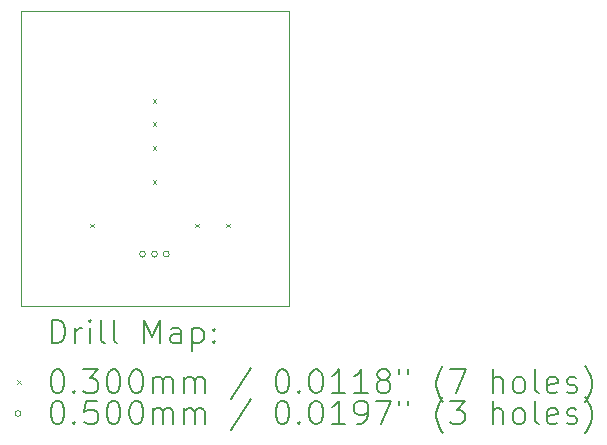
<source format=gbr>
%TF.GenerationSoftware,KiCad,Pcbnew,8.0.0*%
%TF.CreationDate,2024-11-14T09:50:41-06:00*%
%TF.ProjectId,Rain connectors,5261696e-2063-46f6-9e6e-6563746f7273,rev?*%
%TF.SameCoordinates,Original*%
%TF.FileFunction,Drillmap*%
%TF.FilePolarity,Positive*%
%FSLAX45Y45*%
G04 Gerber Fmt 4.5, Leading zero omitted, Abs format (unit mm)*
G04 Created by KiCad (PCBNEW 8.0.0) date 2024-11-14 09:50:41*
%MOMM*%
%LPD*%
G01*
G04 APERTURE LIST*
%ADD10C,0.050000*%
%ADD11C,0.200000*%
%ADD12C,0.100000*%
G04 APERTURE END LIST*
D10*
X12300000Y-7147500D02*
X14567500Y-7147500D01*
X14567500Y-9647500D01*
X12300000Y-9647500D01*
X12300000Y-7147500D01*
D11*
D12*
X12882500Y-8947500D02*
X12912500Y-8977500D01*
X12912500Y-8947500D02*
X12882500Y-8977500D01*
X13412500Y-7895000D02*
X13442500Y-7925000D01*
X13442500Y-7895000D02*
X13412500Y-7925000D01*
X13412500Y-8090000D02*
X13442500Y-8120000D01*
X13442500Y-8090000D02*
X13412500Y-8120000D01*
X13412500Y-8292500D02*
X13442500Y-8322500D01*
X13442500Y-8292500D02*
X13412500Y-8322500D01*
X13415000Y-8577500D02*
X13445000Y-8607500D01*
X13445000Y-8577500D02*
X13415000Y-8607500D01*
X13772500Y-8947500D02*
X13802500Y-8977500D01*
X13802500Y-8947500D02*
X13772500Y-8977500D01*
X14037500Y-8947500D02*
X14067500Y-8977500D01*
X14067500Y-8947500D02*
X14037500Y-8977500D01*
X13352500Y-9205000D02*
G75*
G02*
X13302500Y-9205000I-25000J0D01*
G01*
X13302500Y-9205000D02*
G75*
G02*
X13352500Y-9205000I25000J0D01*
G01*
X13452500Y-9205000D02*
G75*
G02*
X13402500Y-9205000I-25000J0D01*
G01*
X13402500Y-9205000D02*
G75*
G02*
X13452500Y-9205000I25000J0D01*
G01*
X13552500Y-9205000D02*
G75*
G02*
X13502500Y-9205000I-25000J0D01*
G01*
X13502500Y-9205000D02*
G75*
G02*
X13552500Y-9205000I25000J0D01*
G01*
D11*
X12558277Y-9961484D02*
X12558277Y-9761484D01*
X12558277Y-9761484D02*
X12605896Y-9761484D01*
X12605896Y-9761484D02*
X12634467Y-9771008D01*
X12634467Y-9771008D02*
X12653515Y-9790055D01*
X12653515Y-9790055D02*
X12663039Y-9809103D01*
X12663039Y-9809103D02*
X12672562Y-9847198D01*
X12672562Y-9847198D02*
X12672562Y-9875770D01*
X12672562Y-9875770D02*
X12663039Y-9913865D01*
X12663039Y-9913865D02*
X12653515Y-9932912D01*
X12653515Y-9932912D02*
X12634467Y-9951960D01*
X12634467Y-9951960D02*
X12605896Y-9961484D01*
X12605896Y-9961484D02*
X12558277Y-9961484D01*
X12758277Y-9961484D02*
X12758277Y-9828150D01*
X12758277Y-9866246D02*
X12767801Y-9847198D01*
X12767801Y-9847198D02*
X12777324Y-9837674D01*
X12777324Y-9837674D02*
X12796372Y-9828150D01*
X12796372Y-9828150D02*
X12815420Y-9828150D01*
X12882086Y-9961484D02*
X12882086Y-9828150D01*
X12882086Y-9761484D02*
X12872562Y-9771008D01*
X12872562Y-9771008D02*
X12882086Y-9780531D01*
X12882086Y-9780531D02*
X12891610Y-9771008D01*
X12891610Y-9771008D02*
X12882086Y-9761484D01*
X12882086Y-9761484D02*
X12882086Y-9780531D01*
X13005896Y-9961484D02*
X12986848Y-9951960D01*
X12986848Y-9951960D02*
X12977324Y-9932912D01*
X12977324Y-9932912D02*
X12977324Y-9761484D01*
X13110658Y-9961484D02*
X13091610Y-9951960D01*
X13091610Y-9951960D02*
X13082086Y-9932912D01*
X13082086Y-9932912D02*
X13082086Y-9761484D01*
X13339229Y-9961484D02*
X13339229Y-9761484D01*
X13339229Y-9761484D02*
X13405896Y-9904341D01*
X13405896Y-9904341D02*
X13472562Y-9761484D01*
X13472562Y-9761484D02*
X13472562Y-9961484D01*
X13653515Y-9961484D02*
X13653515Y-9856722D01*
X13653515Y-9856722D02*
X13643991Y-9837674D01*
X13643991Y-9837674D02*
X13624943Y-9828150D01*
X13624943Y-9828150D02*
X13586848Y-9828150D01*
X13586848Y-9828150D02*
X13567801Y-9837674D01*
X13653515Y-9951960D02*
X13634467Y-9961484D01*
X13634467Y-9961484D02*
X13586848Y-9961484D01*
X13586848Y-9961484D02*
X13567801Y-9951960D01*
X13567801Y-9951960D02*
X13558277Y-9932912D01*
X13558277Y-9932912D02*
X13558277Y-9913865D01*
X13558277Y-9913865D02*
X13567801Y-9894817D01*
X13567801Y-9894817D02*
X13586848Y-9885293D01*
X13586848Y-9885293D02*
X13634467Y-9885293D01*
X13634467Y-9885293D02*
X13653515Y-9875770D01*
X13748753Y-9828150D02*
X13748753Y-10028150D01*
X13748753Y-9837674D02*
X13767801Y-9828150D01*
X13767801Y-9828150D02*
X13805896Y-9828150D01*
X13805896Y-9828150D02*
X13824943Y-9837674D01*
X13824943Y-9837674D02*
X13834467Y-9847198D01*
X13834467Y-9847198D02*
X13843991Y-9866246D01*
X13843991Y-9866246D02*
X13843991Y-9923389D01*
X13843991Y-9923389D02*
X13834467Y-9942436D01*
X13834467Y-9942436D02*
X13824943Y-9951960D01*
X13824943Y-9951960D02*
X13805896Y-9961484D01*
X13805896Y-9961484D02*
X13767801Y-9961484D01*
X13767801Y-9961484D02*
X13748753Y-9951960D01*
X13929705Y-9942436D02*
X13939229Y-9951960D01*
X13939229Y-9951960D02*
X13929705Y-9961484D01*
X13929705Y-9961484D02*
X13920182Y-9951960D01*
X13920182Y-9951960D02*
X13929705Y-9942436D01*
X13929705Y-9942436D02*
X13929705Y-9961484D01*
X13929705Y-9837674D02*
X13939229Y-9847198D01*
X13939229Y-9847198D02*
X13929705Y-9856722D01*
X13929705Y-9856722D02*
X13920182Y-9847198D01*
X13920182Y-9847198D02*
X13929705Y-9837674D01*
X13929705Y-9837674D02*
X13929705Y-9856722D01*
D12*
X12267500Y-10275000D02*
X12297500Y-10305000D01*
X12297500Y-10275000D02*
X12267500Y-10305000D01*
D11*
X12596372Y-10181484D02*
X12615420Y-10181484D01*
X12615420Y-10181484D02*
X12634467Y-10191008D01*
X12634467Y-10191008D02*
X12643991Y-10200531D01*
X12643991Y-10200531D02*
X12653515Y-10219579D01*
X12653515Y-10219579D02*
X12663039Y-10257674D01*
X12663039Y-10257674D02*
X12663039Y-10305293D01*
X12663039Y-10305293D02*
X12653515Y-10343389D01*
X12653515Y-10343389D02*
X12643991Y-10362436D01*
X12643991Y-10362436D02*
X12634467Y-10371960D01*
X12634467Y-10371960D02*
X12615420Y-10381484D01*
X12615420Y-10381484D02*
X12596372Y-10381484D01*
X12596372Y-10381484D02*
X12577324Y-10371960D01*
X12577324Y-10371960D02*
X12567801Y-10362436D01*
X12567801Y-10362436D02*
X12558277Y-10343389D01*
X12558277Y-10343389D02*
X12548753Y-10305293D01*
X12548753Y-10305293D02*
X12548753Y-10257674D01*
X12548753Y-10257674D02*
X12558277Y-10219579D01*
X12558277Y-10219579D02*
X12567801Y-10200531D01*
X12567801Y-10200531D02*
X12577324Y-10191008D01*
X12577324Y-10191008D02*
X12596372Y-10181484D01*
X12748753Y-10362436D02*
X12758277Y-10371960D01*
X12758277Y-10371960D02*
X12748753Y-10381484D01*
X12748753Y-10381484D02*
X12739229Y-10371960D01*
X12739229Y-10371960D02*
X12748753Y-10362436D01*
X12748753Y-10362436D02*
X12748753Y-10381484D01*
X12824943Y-10181484D02*
X12948753Y-10181484D01*
X12948753Y-10181484D02*
X12882086Y-10257674D01*
X12882086Y-10257674D02*
X12910658Y-10257674D01*
X12910658Y-10257674D02*
X12929705Y-10267198D01*
X12929705Y-10267198D02*
X12939229Y-10276722D01*
X12939229Y-10276722D02*
X12948753Y-10295770D01*
X12948753Y-10295770D02*
X12948753Y-10343389D01*
X12948753Y-10343389D02*
X12939229Y-10362436D01*
X12939229Y-10362436D02*
X12929705Y-10371960D01*
X12929705Y-10371960D02*
X12910658Y-10381484D01*
X12910658Y-10381484D02*
X12853515Y-10381484D01*
X12853515Y-10381484D02*
X12834467Y-10371960D01*
X12834467Y-10371960D02*
X12824943Y-10362436D01*
X13072562Y-10181484D02*
X13091610Y-10181484D01*
X13091610Y-10181484D02*
X13110658Y-10191008D01*
X13110658Y-10191008D02*
X13120182Y-10200531D01*
X13120182Y-10200531D02*
X13129705Y-10219579D01*
X13129705Y-10219579D02*
X13139229Y-10257674D01*
X13139229Y-10257674D02*
X13139229Y-10305293D01*
X13139229Y-10305293D02*
X13129705Y-10343389D01*
X13129705Y-10343389D02*
X13120182Y-10362436D01*
X13120182Y-10362436D02*
X13110658Y-10371960D01*
X13110658Y-10371960D02*
X13091610Y-10381484D01*
X13091610Y-10381484D02*
X13072562Y-10381484D01*
X13072562Y-10381484D02*
X13053515Y-10371960D01*
X13053515Y-10371960D02*
X13043991Y-10362436D01*
X13043991Y-10362436D02*
X13034467Y-10343389D01*
X13034467Y-10343389D02*
X13024943Y-10305293D01*
X13024943Y-10305293D02*
X13024943Y-10257674D01*
X13024943Y-10257674D02*
X13034467Y-10219579D01*
X13034467Y-10219579D02*
X13043991Y-10200531D01*
X13043991Y-10200531D02*
X13053515Y-10191008D01*
X13053515Y-10191008D02*
X13072562Y-10181484D01*
X13263039Y-10181484D02*
X13282086Y-10181484D01*
X13282086Y-10181484D02*
X13301134Y-10191008D01*
X13301134Y-10191008D02*
X13310658Y-10200531D01*
X13310658Y-10200531D02*
X13320182Y-10219579D01*
X13320182Y-10219579D02*
X13329705Y-10257674D01*
X13329705Y-10257674D02*
X13329705Y-10305293D01*
X13329705Y-10305293D02*
X13320182Y-10343389D01*
X13320182Y-10343389D02*
X13310658Y-10362436D01*
X13310658Y-10362436D02*
X13301134Y-10371960D01*
X13301134Y-10371960D02*
X13282086Y-10381484D01*
X13282086Y-10381484D02*
X13263039Y-10381484D01*
X13263039Y-10381484D02*
X13243991Y-10371960D01*
X13243991Y-10371960D02*
X13234467Y-10362436D01*
X13234467Y-10362436D02*
X13224943Y-10343389D01*
X13224943Y-10343389D02*
X13215420Y-10305293D01*
X13215420Y-10305293D02*
X13215420Y-10257674D01*
X13215420Y-10257674D02*
X13224943Y-10219579D01*
X13224943Y-10219579D02*
X13234467Y-10200531D01*
X13234467Y-10200531D02*
X13243991Y-10191008D01*
X13243991Y-10191008D02*
X13263039Y-10181484D01*
X13415420Y-10381484D02*
X13415420Y-10248150D01*
X13415420Y-10267198D02*
X13424943Y-10257674D01*
X13424943Y-10257674D02*
X13443991Y-10248150D01*
X13443991Y-10248150D02*
X13472563Y-10248150D01*
X13472563Y-10248150D02*
X13491610Y-10257674D01*
X13491610Y-10257674D02*
X13501134Y-10276722D01*
X13501134Y-10276722D02*
X13501134Y-10381484D01*
X13501134Y-10276722D02*
X13510658Y-10257674D01*
X13510658Y-10257674D02*
X13529705Y-10248150D01*
X13529705Y-10248150D02*
X13558277Y-10248150D01*
X13558277Y-10248150D02*
X13577324Y-10257674D01*
X13577324Y-10257674D02*
X13586848Y-10276722D01*
X13586848Y-10276722D02*
X13586848Y-10381484D01*
X13682086Y-10381484D02*
X13682086Y-10248150D01*
X13682086Y-10267198D02*
X13691610Y-10257674D01*
X13691610Y-10257674D02*
X13710658Y-10248150D01*
X13710658Y-10248150D02*
X13739229Y-10248150D01*
X13739229Y-10248150D02*
X13758277Y-10257674D01*
X13758277Y-10257674D02*
X13767801Y-10276722D01*
X13767801Y-10276722D02*
X13767801Y-10381484D01*
X13767801Y-10276722D02*
X13777324Y-10257674D01*
X13777324Y-10257674D02*
X13796372Y-10248150D01*
X13796372Y-10248150D02*
X13824943Y-10248150D01*
X13824943Y-10248150D02*
X13843991Y-10257674D01*
X13843991Y-10257674D02*
X13853515Y-10276722D01*
X13853515Y-10276722D02*
X13853515Y-10381484D01*
X14243991Y-10171960D02*
X14072563Y-10429103D01*
X14501134Y-10181484D02*
X14520182Y-10181484D01*
X14520182Y-10181484D02*
X14539229Y-10191008D01*
X14539229Y-10191008D02*
X14548753Y-10200531D01*
X14548753Y-10200531D02*
X14558277Y-10219579D01*
X14558277Y-10219579D02*
X14567801Y-10257674D01*
X14567801Y-10257674D02*
X14567801Y-10305293D01*
X14567801Y-10305293D02*
X14558277Y-10343389D01*
X14558277Y-10343389D02*
X14548753Y-10362436D01*
X14548753Y-10362436D02*
X14539229Y-10371960D01*
X14539229Y-10371960D02*
X14520182Y-10381484D01*
X14520182Y-10381484D02*
X14501134Y-10381484D01*
X14501134Y-10381484D02*
X14482086Y-10371960D01*
X14482086Y-10371960D02*
X14472563Y-10362436D01*
X14472563Y-10362436D02*
X14463039Y-10343389D01*
X14463039Y-10343389D02*
X14453515Y-10305293D01*
X14453515Y-10305293D02*
X14453515Y-10257674D01*
X14453515Y-10257674D02*
X14463039Y-10219579D01*
X14463039Y-10219579D02*
X14472563Y-10200531D01*
X14472563Y-10200531D02*
X14482086Y-10191008D01*
X14482086Y-10191008D02*
X14501134Y-10181484D01*
X14653515Y-10362436D02*
X14663039Y-10371960D01*
X14663039Y-10371960D02*
X14653515Y-10381484D01*
X14653515Y-10381484D02*
X14643991Y-10371960D01*
X14643991Y-10371960D02*
X14653515Y-10362436D01*
X14653515Y-10362436D02*
X14653515Y-10381484D01*
X14786848Y-10181484D02*
X14805896Y-10181484D01*
X14805896Y-10181484D02*
X14824944Y-10191008D01*
X14824944Y-10191008D02*
X14834467Y-10200531D01*
X14834467Y-10200531D02*
X14843991Y-10219579D01*
X14843991Y-10219579D02*
X14853515Y-10257674D01*
X14853515Y-10257674D02*
X14853515Y-10305293D01*
X14853515Y-10305293D02*
X14843991Y-10343389D01*
X14843991Y-10343389D02*
X14834467Y-10362436D01*
X14834467Y-10362436D02*
X14824944Y-10371960D01*
X14824944Y-10371960D02*
X14805896Y-10381484D01*
X14805896Y-10381484D02*
X14786848Y-10381484D01*
X14786848Y-10381484D02*
X14767801Y-10371960D01*
X14767801Y-10371960D02*
X14758277Y-10362436D01*
X14758277Y-10362436D02*
X14748753Y-10343389D01*
X14748753Y-10343389D02*
X14739229Y-10305293D01*
X14739229Y-10305293D02*
X14739229Y-10257674D01*
X14739229Y-10257674D02*
X14748753Y-10219579D01*
X14748753Y-10219579D02*
X14758277Y-10200531D01*
X14758277Y-10200531D02*
X14767801Y-10191008D01*
X14767801Y-10191008D02*
X14786848Y-10181484D01*
X15043991Y-10381484D02*
X14929706Y-10381484D01*
X14986848Y-10381484D02*
X14986848Y-10181484D01*
X14986848Y-10181484D02*
X14967801Y-10210055D01*
X14967801Y-10210055D02*
X14948753Y-10229103D01*
X14948753Y-10229103D02*
X14929706Y-10238627D01*
X15234467Y-10381484D02*
X15120182Y-10381484D01*
X15177325Y-10381484D02*
X15177325Y-10181484D01*
X15177325Y-10181484D02*
X15158277Y-10210055D01*
X15158277Y-10210055D02*
X15139229Y-10229103D01*
X15139229Y-10229103D02*
X15120182Y-10238627D01*
X15348753Y-10267198D02*
X15329706Y-10257674D01*
X15329706Y-10257674D02*
X15320182Y-10248150D01*
X15320182Y-10248150D02*
X15310658Y-10229103D01*
X15310658Y-10229103D02*
X15310658Y-10219579D01*
X15310658Y-10219579D02*
X15320182Y-10200531D01*
X15320182Y-10200531D02*
X15329706Y-10191008D01*
X15329706Y-10191008D02*
X15348753Y-10181484D01*
X15348753Y-10181484D02*
X15386848Y-10181484D01*
X15386848Y-10181484D02*
X15405896Y-10191008D01*
X15405896Y-10191008D02*
X15415420Y-10200531D01*
X15415420Y-10200531D02*
X15424944Y-10219579D01*
X15424944Y-10219579D02*
X15424944Y-10229103D01*
X15424944Y-10229103D02*
X15415420Y-10248150D01*
X15415420Y-10248150D02*
X15405896Y-10257674D01*
X15405896Y-10257674D02*
X15386848Y-10267198D01*
X15386848Y-10267198D02*
X15348753Y-10267198D01*
X15348753Y-10267198D02*
X15329706Y-10276722D01*
X15329706Y-10276722D02*
X15320182Y-10286246D01*
X15320182Y-10286246D02*
X15310658Y-10305293D01*
X15310658Y-10305293D02*
X15310658Y-10343389D01*
X15310658Y-10343389D02*
X15320182Y-10362436D01*
X15320182Y-10362436D02*
X15329706Y-10371960D01*
X15329706Y-10371960D02*
X15348753Y-10381484D01*
X15348753Y-10381484D02*
X15386848Y-10381484D01*
X15386848Y-10381484D02*
X15405896Y-10371960D01*
X15405896Y-10371960D02*
X15415420Y-10362436D01*
X15415420Y-10362436D02*
X15424944Y-10343389D01*
X15424944Y-10343389D02*
X15424944Y-10305293D01*
X15424944Y-10305293D02*
X15415420Y-10286246D01*
X15415420Y-10286246D02*
X15405896Y-10276722D01*
X15405896Y-10276722D02*
X15386848Y-10267198D01*
X15501134Y-10181484D02*
X15501134Y-10219579D01*
X15577325Y-10181484D02*
X15577325Y-10219579D01*
X15872563Y-10457674D02*
X15863039Y-10448150D01*
X15863039Y-10448150D02*
X15843991Y-10419579D01*
X15843991Y-10419579D02*
X15834468Y-10400531D01*
X15834468Y-10400531D02*
X15824944Y-10371960D01*
X15824944Y-10371960D02*
X15815420Y-10324341D01*
X15815420Y-10324341D02*
X15815420Y-10286246D01*
X15815420Y-10286246D02*
X15824944Y-10238627D01*
X15824944Y-10238627D02*
X15834468Y-10210055D01*
X15834468Y-10210055D02*
X15843991Y-10191008D01*
X15843991Y-10191008D02*
X15863039Y-10162436D01*
X15863039Y-10162436D02*
X15872563Y-10152912D01*
X15929706Y-10181484D02*
X16063039Y-10181484D01*
X16063039Y-10181484D02*
X15977325Y-10381484D01*
X16291610Y-10381484D02*
X16291610Y-10181484D01*
X16377325Y-10381484D02*
X16377325Y-10276722D01*
X16377325Y-10276722D02*
X16367801Y-10257674D01*
X16367801Y-10257674D02*
X16348753Y-10248150D01*
X16348753Y-10248150D02*
X16320182Y-10248150D01*
X16320182Y-10248150D02*
X16301134Y-10257674D01*
X16301134Y-10257674D02*
X16291610Y-10267198D01*
X16501134Y-10381484D02*
X16482087Y-10371960D01*
X16482087Y-10371960D02*
X16472563Y-10362436D01*
X16472563Y-10362436D02*
X16463039Y-10343389D01*
X16463039Y-10343389D02*
X16463039Y-10286246D01*
X16463039Y-10286246D02*
X16472563Y-10267198D01*
X16472563Y-10267198D02*
X16482087Y-10257674D01*
X16482087Y-10257674D02*
X16501134Y-10248150D01*
X16501134Y-10248150D02*
X16529706Y-10248150D01*
X16529706Y-10248150D02*
X16548753Y-10257674D01*
X16548753Y-10257674D02*
X16558277Y-10267198D01*
X16558277Y-10267198D02*
X16567801Y-10286246D01*
X16567801Y-10286246D02*
X16567801Y-10343389D01*
X16567801Y-10343389D02*
X16558277Y-10362436D01*
X16558277Y-10362436D02*
X16548753Y-10371960D01*
X16548753Y-10371960D02*
X16529706Y-10381484D01*
X16529706Y-10381484D02*
X16501134Y-10381484D01*
X16682087Y-10381484D02*
X16663039Y-10371960D01*
X16663039Y-10371960D02*
X16653515Y-10352912D01*
X16653515Y-10352912D02*
X16653515Y-10181484D01*
X16834468Y-10371960D02*
X16815420Y-10381484D01*
X16815420Y-10381484D02*
X16777325Y-10381484D01*
X16777325Y-10381484D02*
X16758277Y-10371960D01*
X16758277Y-10371960D02*
X16748753Y-10352912D01*
X16748753Y-10352912D02*
X16748753Y-10276722D01*
X16748753Y-10276722D02*
X16758277Y-10257674D01*
X16758277Y-10257674D02*
X16777325Y-10248150D01*
X16777325Y-10248150D02*
X16815420Y-10248150D01*
X16815420Y-10248150D02*
X16834468Y-10257674D01*
X16834468Y-10257674D02*
X16843992Y-10276722D01*
X16843992Y-10276722D02*
X16843992Y-10295770D01*
X16843992Y-10295770D02*
X16748753Y-10314817D01*
X16920182Y-10371960D02*
X16939230Y-10381484D01*
X16939230Y-10381484D02*
X16977325Y-10381484D01*
X16977325Y-10381484D02*
X16996373Y-10371960D01*
X16996373Y-10371960D02*
X17005896Y-10352912D01*
X17005896Y-10352912D02*
X17005896Y-10343389D01*
X17005896Y-10343389D02*
X16996373Y-10324341D01*
X16996373Y-10324341D02*
X16977325Y-10314817D01*
X16977325Y-10314817D02*
X16948753Y-10314817D01*
X16948753Y-10314817D02*
X16929706Y-10305293D01*
X16929706Y-10305293D02*
X16920182Y-10286246D01*
X16920182Y-10286246D02*
X16920182Y-10276722D01*
X16920182Y-10276722D02*
X16929706Y-10257674D01*
X16929706Y-10257674D02*
X16948753Y-10248150D01*
X16948753Y-10248150D02*
X16977325Y-10248150D01*
X16977325Y-10248150D02*
X16996373Y-10257674D01*
X17072563Y-10457674D02*
X17082087Y-10448150D01*
X17082087Y-10448150D02*
X17101134Y-10419579D01*
X17101134Y-10419579D02*
X17110658Y-10400531D01*
X17110658Y-10400531D02*
X17120182Y-10371960D01*
X17120182Y-10371960D02*
X17129706Y-10324341D01*
X17129706Y-10324341D02*
X17129706Y-10286246D01*
X17129706Y-10286246D02*
X17120182Y-10238627D01*
X17120182Y-10238627D02*
X17110658Y-10210055D01*
X17110658Y-10210055D02*
X17101134Y-10191008D01*
X17101134Y-10191008D02*
X17082087Y-10162436D01*
X17082087Y-10162436D02*
X17072563Y-10152912D01*
D12*
X12297500Y-10554000D02*
G75*
G02*
X12247500Y-10554000I-25000J0D01*
G01*
X12247500Y-10554000D02*
G75*
G02*
X12297500Y-10554000I25000J0D01*
G01*
D11*
X12596372Y-10445484D02*
X12615420Y-10445484D01*
X12615420Y-10445484D02*
X12634467Y-10455008D01*
X12634467Y-10455008D02*
X12643991Y-10464531D01*
X12643991Y-10464531D02*
X12653515Y-10483579D01*
X12653515Y-10483579D02*
X12663039Y-10521674D01*
X12663039Y-10521674D02*
X12663039Y-10569293D01*
X12663039Y-10569293D02*
X12653515Y-10607389D01*
X12653515Y-10607389D02*
X12643991Y-10626436D01*
X12643991Y-10626436D02*
X12634467Y-10635960D01*
X12634467Y-10635960D02*
X12615420Y-10645484D01*
X12615420Y-10645484D02*
X12596372Y-10645484D01*
X12596372Y-10645484D02*
X12577324Y-10635960D01*
X12577324Y-10635960D02*
X12567801Y-10626436D01*
X12567801Y-10626436D02*
X12558277Y-10607389D01*
X12558277Y-10607389D02*
X12548753Y-10569293D01*
X12548753Y-10569293D02*
X12548753Y-10521674D01*
X12548753Y-10521674D02*
X12558277Y-10483579D01*
X12558277Y-10483579D02*
X12567801Y-10464531D01*
X12567801Y-10464531D02*
X12577324Y-10455008D01*
X12577324Y-10455008D02*
X12596372Y-10445484D01*
X12748753Y-10626436D02*
X12758277Y-10635960D01*
X12758277Y-10635960D02*
X12748753Y-10645484D01*
X12748753Y-10645484D02*
X12739229Y-10635960D01*
X12739229Y-10635960D02*
X12748753Y-10626436D01*
X12748753Y-10626436D02*
X12748753Y-10645484D01*
X12939229Y-10445484D02*
X12843991Y-10445484D01*
X12843991Y-10445484D02*
X12834467Y-10540722D01*
X12834467Y-10540722D02*
X12843991Y-10531198D01*
X12843991Y-10531198D02*
X12863039Y-10521674D01*
X12863039Y-10521674D02*
X12910658Y-10521674D01*
X12910658Y-10521674D02*
X12929705Y-10531198D01*
X12929705Y-10531198D02*
X12939229Y-10540722D01*
X12939229Y-10540722D02*
X12948753Y-10559770D01*
X12948753Y-10559770D02*
X12948753Y-10607389D01*
X12948753Y-10607389D02*
X12939229Y-10626436D01*
X12939229Y-10626436D02*
X12929705Y-10635960D01*
X12929705Y-10635960D02*
X12910658Y-10645484D01*
X12910658Y-10645484D02*
X12863039Y-10645484D01*
X12863039Y-10645484D02*
X12843991Y-10635960D01*
X12843991Y-10635960D02*
X12834467Y-10626436D01*
X13072562Y-10445484D02*
X13091610Y-10445484D01*
X13091610Y-10445484D02*
X13110658Y-10455008D01*
X13110658Y-10455008D02*
X13120182Y-10464531D01*
X13120182Y-10464531D02*
X13129705Y-10483579D01*
X13129705Y-10483579D02*
X13139229Y-10521674D01*
X13139229Y-10521674D02*
X13139229Y-10569293D01*
X13139229Y-10569293D02*
X13129705Y-10607389D01*
X13129705Y-10607389D02*
X13120182Y-10626436D01*
X13120182Y-10626436D02*
X13110658Y-10635960D01*
X13110658Y-10635960D02*
X13091610Y-10645484D01*
X13091610Y-10645484D02*
X13072562Y-10645484D01*
X13072562Y-10645484D02*
X13053515Y-10635960D01*
X13053515Y-10635960D02*
X13043991Y-10626436D01*
X13043991Y-10626436D02*
X13034467Y-10607389D01*
X13034467Y-10607389D02*
X13024943Y-10569293D01*
X13024943Y-10569293D02*
X13024943Y-10521674D01*
X13024943Y-10521674D02*
X13034467Y-10483579D01*
X13034467Y-10483579D02*
X13043991Y-10464531D01*
X13043991Y-10464531D02*
X13053515Y-10455008D01*
X13053515Y-10455008D02*
X13072562Y-10445484D01*
X13263039Y-10445484D02*
X13282086Y-10445484D01*
X13282086Y-10445484D02*
X13301134Y-10455008D01*
X13301134Y-10455008D02*
X13310658Y-10464531D01*
X13310658Y-10464531D02*
X13320182Y-10483579D01*
X13320182Y-10483579D02*
X13329705Y-10521674D01*
X13329705Y-10521674D02*
X13329705Y-10569293D01*
X13329705Y-10569293D02*
X13320182Y-10607389D01*
X13320182Y-10607389D02*
X13310658Y-10626436D01*
X13310658Y-10626436D02*
X13301134Y-10635960D01*
X13301134Y-10635960D02*
X13282086Y-10645484D01*
X13282086Y-10645484D02*
X13263039Y-10645484D01*
X13263039Y-10645484D02*
X13243991Y-10635960D01*
X13243991Y-10635960D02*
X13234467Y-10626436D01*
X13234467Y-10626436D02*
X13224943Y-10607389D01*
X13224943Y-10607389D02*
X13215420Y-10569293D01*
X13215420Y-10569293D02*
X13215420Y-10521674D01*
X13215420Y-10521674D02*
X13224943Y-10483579D01*
X13224943Y-10483579D02*
X13234467Y-10464531D01*
X13234467Y-10464531D02*
X13243991Y-10455008D01*
X13243991Y-10455008D02*
X13263039Y-10445484D01*
X13415420Y-10645484D02*
X13415420Y-10512150D01*
X13415420Y-10531198D02*
X13424943Y-10521674D01*
X13424943Y-10521674D02*
X13443991Y-10512150D01*
X13443991Y-10512150D02*
X13472563Y-10512150D01*
X13472563Y-10512150D02*
X13491610Y-10521674D01*
X13491610Y-10521674D02*
X13501134Y-10540722D01*
X13501134Y-10540722D02*
X13501134Y-10645484D01*
X13501134Y-10540722D02*
X13510658Y-10521674D01*
X13510658Y-10521674D02*
X13529705Y-10512150D01*
X13529705Y-10512150D02*
X13558277Y-10512150D01*
X13558277Y-10512150D02*
X13577324Y-10521674D01*
X13577324Y-10521674D02*
X13586848Y-10540722D01*
X13586848Y-10540722D02*
X13586848Y-10645484D01*
X13682086Y-10645484D02*
X13682086Y-10512150D01*
X13682086Y-10531198D02*
X13691610Y-10521674D01*
X13691610Y-10521674D02*
X13710658Y-10512150D01*
X13710658Y-10512150D02*
X13739229Y-10512150D01*
X13739229Y-10512150D02*
X13758277Y-10521674D01*
X13758277Y-10521674D02*
X13767801Y-10540722D01*
X13767801Y-10540722D02*
X13767801Y-10645484D01*
X13767801Y-10540722D02*
X13777324Y-10521674D01*
X13777324Y-10521674D02*
X13796372Y-10512150D01*
X13796372Y-10512150D02*
X13824943Y-10512150D01*
X13824943Y-10512150D02*
X13843991Y-10521674D01*
X13843991Y-10521674D02*
X13853515Y-10540722D01*
X13853515Y-10540722D02*
X13853515Y-10645484D01*
X14243991Y-10435960D02*
X14072563Y-10693103D01*
X14501134Y-10445484D02*
X14520182Y-10445484D01*
X14520182Y-10445484D02*
X14539229Y-10455008D01*
X14539229Y-10455008D02*
X14548753Y-10464531D01*
X14548753Y-10464531D02*
X14558277Y-10483579D01*
X14558277Y-10483579D02*
X14567801Y-10521674D01*
X14567801Y-10521674D02*
X14567801Y-10569293D01*
X14567801Y-10569293D02*
X14558277Y-10607389D01*
X14558277Y-10607389D02*
X14548753Y-10626436D01*
X14548753Y-10626436D02*
X14539229Y-10635960D01*
X14539229Y-10635960D02*
X14520182Y-10645484D01*
X14520182Y-10645484D02*
X14501134Y-10645484D01*
X14501134Y-10645484D02*
X14482086Y-10635960D01*
X14482086Y-10635960D02*
X14472563Y-10626436D01*
X14472563Y-10626436D02*
X14463039Y-10607389D01*
X14463039Y-10607389D02*
X14453515Y-10569293D01*
X14453515Y-10569293D02*
X14453515Y-10521674D01*
X14453515Y-10521674D02*
X14463039Y-10483579D01*
X14463039Y-10483579D02*
X14472563Y-10464531D01*
X14472563Y-10464531D02*
X14482086Y-10455008D01*
X14482086Y-10455008D02*
X14501134Y-10445484D01*
X14653515Y-10626436D02*
X14663039Y-10635960D01*
X14663039Y-10635960D02*
X14653515Y-10645484D01*
X14653515Y-10645484D02*
X14643991Y-10635960D01*
X14643991Y-10635960D02*
X14653515Y-10626436D01*
X14653515Y-10626436D02*
X14653515Y-10645484D01*
X14786848Y-10445484D02*
X14805896Y-10445484D01*
X14805896Y-10445484D02*
X14824944Y-10455008D01*
X14824944Y-10455008D02*
X14834467Y-10464531D01*
X14834467Y-10464531D02*
X14843991Y-10483579D01*
X14843991Y-10483579D02*
X14853515Y-10521674D01*
X14853515Y-10521674D02*
X14853515Y-10569293D01*
X14853515Y-10569293D02*
X14843991Y-10607389D01*
X14843991Y-10607389D02*
X14834467Y-10626436D01*
X14834467Y-10626436D02*
X14824944Y-10635960D01*
X14824944Y-10635960D02*
X14805896Y-10645484D01*
X14805896Y-10645484D02*
X14786848Y-10645484D01*
X14786848Y-10645484D02*
X14767801Y-10635960D01*
X14767801Y-10635960D02*
X14758277Y-10626436D01*
X14758277Y-10626436D02*
X14748753Y-10607389D01*
X14748753Y-10607389D02*
X14739229Y-10569293D01*
X14739229Y-10569293D02*
X14739229Y-10521674D01*
X14739229Y-10521674D02*
X14748753Y-10483579D01*
X14748753Y-10483579D02*
X14758277Y-10464531D01*
X14758277Y-10464531D02*
X14767801Y-10455008D01*
X14767801Y-10455008D02*
X14786848Y-10445484D01*
X15043991Y-10645484D02*
X14929706Y-10645484D01*
X14986848Y-10645484D02*
X14986848Y-10445484D01*
X14986848Y-10445484D02*
X14967801Y-10474055D01*
X14967801Y-10474055D02*
X14948753Y-10493103D01*
X14948753Y-10493103D02*
X14929706Y-10502627D01*
X15139229Y-10645484D02*
X15177325Y-10645484D01*
X15177325Y-10645484D02*
X15196372Y-10635960D01*
X15196372Y-10635960D02*
X15205896Y-10626436D01*
X15205896Y-10626436D02*
X15224944Y-10597865D01*
X15224944Y-10597865D02*
X15234467Y-10559770D01*
X15234467Y-10559770D02*
X15234467Y-10483579D01*
X15234467Y-10483579D02*
X15224944Y-10464531D01*
X15224944Y-10464531D02*
X15215420Y-10455008D01*
X15215420Y-10455008D02*
X15196372Y-10445484D01*
X15196372Y-10445484D02*
X15158277Y-10445484D01*
X15158277Y-10445484D02*
X15139229Y-10455008D01*
X15139229Y-10455008D02*
X15129706Y-10464531D01*
X15129706Y-10464531D02*
X15120182Y-10483579D01*
X15120182Y-10483579D02*
X15120182Y-10531198D01*
X15120182Y-10531198D02*
X15129706Y-10550246D01*
X15129706Y-10550246D02*
X15139229Y-10559770D01*
X15139229Y-10559770D02*
X15158277Y-10569293D01*
X15158277Y-10569293D02*
X15196372Y-10569293D01*
X15196372Y-10569293D02*
X15215420Y-10559770D01*
X15215420Y-10559770D02*
X15224944Y-10550246D01*
X15224944Y-10550246D02*
X15234467Y-10531198D01*
X15301134Y-10445484D02*
X15434467Y-10445484D01*
X15434467Y-10445484D02*
X15348753Y-10645484D01*
X15501134Y-10445484D02*
X15501134Y-10483579D01*
X15577325Y-10445484D02*
X15577325Y-10483579D01*
X15872563Y-10721674D02*
X15863039Y-10712150D01*
X15863039Y-10712150D02*
X15843991Y-10683579D01*
X15843991Y-10683579D02*
X15834468Y-10664531D01*
X15834468Y-10664531D02*
X15824944Y-10635960D01*
X15824944Y-10635960D02*
X15815420Y-10588341D01*
X15815420Y-10588341D02*
X15815420Y-10550246D01*
X15815420Y-10550246D02*
X15824944Y-10502627D01*
X15824944Y-10502627D02*
X15834468Y-10474055D01*
X15834468Y-10474055D02*
X15843991Y-10455008D01*
X15843991Y-10455008D02*
X15863039Y-10426436D01*
X15863039Y-10426436D02*
X15872563Y-10416912D01*
X15929706Y-10445484D02*
X16053515Y-10445484D01*
X16053515Y-10445484D02*
X15986848Y-10521674D01*
X15986848Y-10521674D02*
X16015420Y-10521674D01*
X16015420Y-10521674D02*
X16034468Y-10531198D01*
X16034468Y-10531198D02*
X16043991Y-10540722D01*
X16043991Y-10540722D02*
X16053515Y-10559770D01*
X16053515Y-10559770D02*
X16053515Y-10607389D01*
X16053515Y-10607389D02*
X16043991Y-10626436D01*
X16043991Y-10626436D02*
X16034468Y-10635960D01*
X16034468Y-10635960D02*
X16015420Y-10645484D01*
X16015420Y-10645484D02*
X15958277Y-10645484D01*
X15958277Y-10645484D02*
X15939229Y-10635960D01*
X15939229Y-10635960D02*
X15929706Y-10626436D01*
X16291610Y-10645484D02*
X16291610Y-10445484D01*
X16377325Y-10645484D02*
X16377325Y-10540722D01*
X16377325Y-10540722D02*
X16367801Y-10521674D01*
X16367801Y-10521674D02*
X16348753Y-10512150D01*
X16348753Y-10512150D02*
X16320182Y-10512150D01*
X16320182Y-10512150D02*
X16301134Y-10521674D01*
X16301134Y-10521674D02*
X16291610Y-10531198D01*
X16501134Y-10645484D02*
X16482087Y-10635960D01*
X16482087Y-10635960D02*
X16472563Y-10626436D01*
X16472563Y-10626436D02*
X16463039Y-10607389D01*
X16463039Y-10607389D02*
X16463039Y-10550246D01*
X16463039Y-10550246D02*
X16472563Y-10531198D01*
X16472563Y-10531198D02*
X16482087Y-10521674D01*
X16482087Y-10521674D02*
X16501134Y-10512150D01*
X16501134Y-10512150D02*
X16529706Y-10512150D01*
X16529706Y-10512150D02*
X16548753Y-10521674D01*
X16548753Y-10521674D02*
X16558277Y-10531198D01*
X16558277Y-10531198D02*
X16567801Y-10550246D01*
X16567801Y-10550246D02*
X16567801Y-10607389D01*
X16567801Y-10607389D02*
X16558277Y-10626436D01*
X16558277Y-10626436D02*
X16548753Y-10635960D01*
X16548753Y-10635960D02*
X16529706Y-10645484D01*
X16529706Y-10645484D02*
X16501134Y-10645484D01*
X16682087Y-10645484D02*
X16663039Y-10635960D01*
X16663039Y-10635960D02*
X16653515Y-10616912D01*
X16653515Y-10616912D02*
X16653515Y-10445484D01*
X16834468Y-10635960D02*
X16815420Y-10645484D01*
X16815420Y-10645484D02*
X16777325Y-10645484D01*
X16777325Y-10645484D02*
X16758277Y-10635960D01*
X16758277Y-10635960D02*
X16748753Y-10616912D01*
X16748753Y-10616912D02*
X16748753Y-10540722D01*
X16748753Y-10540722D02*
X16758277Y-10521674D01*
X16758277Y-10521674D02*
X16777325Y-10512150D01*
X16777325Y-10512150D02*
X16815420Y-10512150D01*
X16815420Y-10512150D02*
X16834468Y-10521674D01*
X16834468Y-10521674D02*
X16843992Y-10540722D01*
X16843992Y-10540722D02*
X16843992Y-10559770D01*
X16843992Y-10559770D02*
X16748753Y-10578817D01*
X16920182Y-10635960D02*
X16939230Y-10645484D01*
X16939230Y-10645484D02*
X16977325Y-10645484D01*
X16977325Y-10645484D02*
X16996373Y-10635960D01*
X16996373Y-10635960D02*
X17005896Y-10616912D01*
X17005896Y-10616912D02*
X17005896Y-10607389D01*
X17005896Y-10607389D02*
X16996373Y-10588341D01*
X16996373Y-10588341D02*
X16977325Y-10578817D01*
X16977325Y-10578817D02*
X16948753Y-10578817D01*
X16948753Y-10578817D02*
X16929706Y-10569293D01*
X16929706Y-10569293D02*
X16920182Y-10550246D01*
X16920182Y-10550246D02*
X16920182Y-10540722D01*
X16920182Y-10540722D02*
X16929706Y-10521674D01*
X16929706Y-10521674D02*
X16948753Y-10512150D01*
X16948753Y-10512150D02*
X16977325Y-10512150D01*
X16977325Y-10512150D02*
X16996373Y-10521674D01*
X17072563Y-10721674D02*
X17082087Y-10712150D01*
X17082087Y-10712150D02*
X17101134Y-10683579D01*
X17101134Y-10683579D02*
X17110658Y-10664531D01*
X17110658Y-10664531D02*
X17120182Y-10635960D01*
X17120182Y-10635960D02*
X17129706Y-10588341D01*
X17129706Y-10588341D02*
X17129706Y-10550246D01*
X17129706Y-10550246D02*
X17120182Y-10502627D01*
X17120182Y-10502627D02*
X17110658Y-10474055D01*
X17110658Y-10474055D02*
X17101134Y-10455008D01*
X17101134Y-10455008D02*
X17082087Y-10426436D01*
X17082087Y-10426436D02*
X17072563Y-10416912D01*
M02*

</source>
